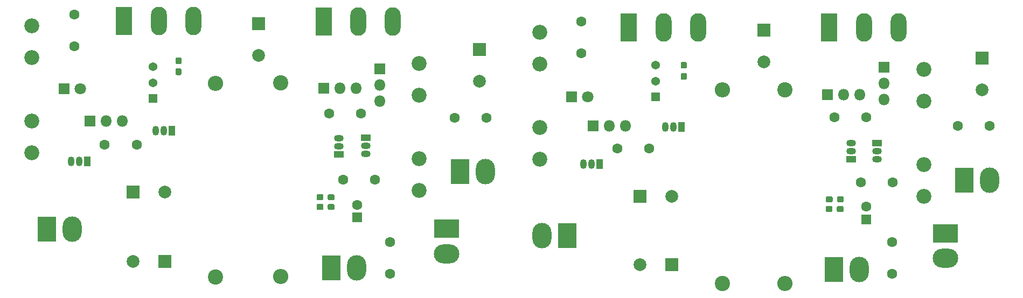
<source format=gts>
G04 #@! TF.GenerationSoftware,KiCad,Pcbnew,(5.1.4)-1*
G04 #@! TF.CreationDate,2020-01-15T13:51:39-05:00*
G04 #@! TF.ProjectId,AAMB,41414d42-2e6b-4696-9361-645f70636258,rev?*
G04 #@! TF.SameCoordinates,Original*
G04 #@! TF.FileFunction,Soldermask,Top*
G04 #@! TF.FilePolarity,Negative*
%FSLAX46Y46*%
G04 Gerber Fmt 4.6, Leading zero omitted, Abs format (unit mm)*
G04 Created by KiCad (PCBNEW (5.1.4)-1) date 2020-01-15 13:51:39*
%MOMM*%
%LPD*%
G04 APERTURE LIST*
%ADD10C,1.371600*%
%ADD11R,1.371600X1.371600*%
%ADD12C,0.100000*%
%ADD13C,0.950000*%
%ADD14O,2.400000X2.400000*%
%ADD15C,2.400000*%
%ADD16R,1.050000X1.500000*%
%ADD17O,1.050000X1.500000*%
%ADD18O,2.500000X4.500000*%
%ADD19R,2.500000X4.500000*%
%ADD20O,1.800000X1.800000*%
%ADD21R,1.800000X1.800000*%
%ADD22R,1.500000X1.050000*%
%ADD23O,1.500000X1.050000*%
%ADD24C,2.350000*%
%ADD25C,1.800000*%
%ADD26C,2.000000*%
%ADD27R,2.000000X2.000000*%
%ADD28C,1.600000*%
%ADD29R,1.600000X1.600000*%
%ADD30O,3.000000X4.000000*%
%ADD31R,3.000000X4.000000*%
%ADD32O,4.000000X3.000000*%
%ADD33R,4.000000X3.000000*%
G04 APERTURE END LIST*
D10*
X201447400Y-46968400D03*
X201447400Y-49468400D03*
D11*
X201447400Y-51968400D03*
D10*
X122453400Y-47222400D03*
X122453400Y-49722400D03*
D11*
X122453400Y-52222400D03*
D12*
G36*
X206127779Y-46437144D02*
G01*
X206150834Y-46440563D01*
X206173443Y-46446227D01*
X206195387Y-46454079D01*
X206216457Y-46464044D01*
X206236448Y-46476026D01*
X206255168Y-46489910D01*
X206272438Y-46505562D01*
X206288090Y-46522832D01*
X206301974Y-46541552D01*
X206313956Y-46561543D01*
X206323921Y-46582613D01*
X206331773Y-46604557D01*
X206337437Y-46627166D01*
X206340856Y-46650221D01*
X206342000Y-46673500D01*
X206342000Y-47248500D01*
X206340856Y-47271779D01*
X206337437Y-47294834D01*
X206331773Y-47317443D01*
X206323921Y-47339387D01*
X206313956Y-47360457D01*
X206301974Y-47380448D01*
X206288090Y-47399168D01*
X206272438Y-47416438D01*
X206255168Y-47432090D01*
X206236448Y-47445974D01*
X206216457Y-47457956D01*
X206195387Y-47467921D01*
X206173443Y-47475773D01*
X206150834Y-47481437D01*
X206127779Y-47484856D01*
X206104500Y-47486000D01*
X205629500Y-47486000D01*
X205606221Y-47484856D01*
X205583166Y-47481437D01*
X205560557Y-47475773D01*
X205538613Y-47467921D01*
X205517543Y-47457956D01*
X205497552Y-47445974D01*
X205478832Y-47432090D01*
X205461562Y-47416438D01*
X205445910Y-47399168D01*
X205432026Y-47380448D01*
X205420044Y-47360457D01*
X205410079Y-47339387D01*
X205402227Y-47317443D01*
X205396563Y-47294834D01*
X205393144Y-47271779D01*
X205392000Y-47248500D01*
X205392000Y-46673500D01*
X205393144Y-46650221D01*
X205396563Y-46627166D01*
X205402227Y-46604557D01*
X205410079Y-46582613D01*
X205420044Y-46561543D01*
X205432026Y-46541552D01*
X205445910Y-46522832D01*
X205461562Y-46505562D01*
X205478832Y-46489910D01*
X205497552Y-46476026D01*
X205517543Y-46464044D01*
X205538613Y-46454079D01*
X205560557Y-46446227D01*
X205583166Y-46440563D01*
X205606221Y-46437144D01*
X205629500Y-46436000D01*
X206104500Y-46436000D01*
X206127779Y-46437144D01*
X206127779Y-46437144D01*
G37*
D13*
X205867000Y-46961000D03*
D12*
G36*
X206127779Y-48187144D02*
G01*
X206150834Y-48190563D01*
X206173443Y-48196227D01*
X206195387Y-48204079D01*
X206216457Y-48214044D01*
X206236448Y-48226026D01*
X206255168Y-48239910D01*
X206272438Y-48255562D01*
X206288090Y-48272832D01*
X206301974Y-48291552D01*
X206313956Y-48311543D01*
X206323921Y-48332613D01*
X206331773Y-48354557D01*
X206337437Y-48377166D01*
X206340856Y-48400221D01*
X206342000Y-48423500D01*
X206342000Y-48998500D01*
X206340856Y-49021779D01*
X206337437Y-49044834D01*
X206331773Y-49067443D01*
X206323921Y-49089387D01*
X206313956Y-49110457D01*
X206301974Y-49130448D01*
X206288090Y-49149168D01*
X206272438Y-49166438D01*
X206255168Y-49182090D01*
X206236448Y-49195974D01*
X206216457Y-49207956D01*
X206195387Y-49217921D01*
X206173443Y-49225773D01*
X206150834Y-49231437D01*
X206127779Y-49234856D01*
X206104500Y-49236000D01*
X205629500Y-49236000D01*
X205606221Y-49234856D01*
X205583166Y-49231437D01*
X205560557Y-49225773D01*
X205538613Y-49217921D01*
X205517543Y-49207956D01*
X205497552Y-49195974D01*
X205478832Y-49182090D01*
X205461562Y-49166438D01*
X205445910Y-49149168D01*
X205432026Y-49130448D01*
X205420044Y-49110457D01*
X205410079Y-49089387D01*
X205402227Y-49067443D01*
X205396563Y-49044834D01*
X205393144Y-49021779D01*
X205392000Y-48998500D01*
X205392000Y-48423500D01*
X205393144Y-48400221D01*
X205396563Y-48377166D01*
X205402227Y-48354557D01*
X205410079Y-48332613D01*
X205420044Y-48311543D01*
X205432026Y-48291552D01*
X205445910Y-48272832D01*
X205461562Y-48255562D01*
X205478832Y-48239910D01*
X205497552Y-48226026D01*
X205517543Y-48214044D01*
X205538613Y-48204079D01*
X205560557Y-48196227D01*
X205583166Y-48190563D01*
X205606221Y-48187144D01*
X205629500Y-48186000D01*
X206104500Y-48186000D01*
X206127779Y-48187144D01*
X206127779Y-48187144D01*
G37*
D13*
X205867000Y-48711000D03*
D14*
X211963000Y-50800000D03*
D15*
X211963000Y-81280000D03*
D14*
X221742000Y-81280000D03*
D15*
X221742000Y-50800000D03*
D12*
G36*
X230801779Y-67598144D02*
G01*
X230824834Y-67601563D01*
X230847443Y-67607227D01*
X230869387Y-67615079D01*
X230890457Y-67625044D01*
X230910448Y-67637026D01*
X230929168Y-67650910D01*
X230946438Y-67666562D01*
X230962090Y-67683832D01*
X230975974Y-67702552D01*
X230987956Y-67722543D01*
X230997921Y-67743613D01*
X231005773Y-67765557D01*
X231011437Y-67788166D01*
X231014856Y-67811221D01*
X231016000Y-67834500D01*
X231016000Y-68309500D01*
X231014856Y-68332779D01*
X231011437Y-68355834D01*
X231005773Y-68378443D01*
X230997921Y-68400387D01*
X230987956Y-68421457D01*
X230975974Y-68441448D01*
X230962090Y-68460168D01*
X230946438Y-68477438D01*
X230929168Y-68493090D01*
X230910448Y-68506974D01*
X230890457Y-68518956D01*
X230869387Y-68528921D01*
X230847443Y-68536773D01*
X230824834Y-68542437D01*
X230801779Y-68545856D01*
X230778500Y-68547000D01*
X230203500Y-68547000D01*
X230180221Y-68545856D01*
X230157166Y-68542437D01*
X230134557Y-68536773D01*
X230112613Y-68528921D01*
X230091543Y-68518956D01*
X230071552Y-68506974D01*
X230052832Y-68493090D01*
X230035562Y-68477438D01*
X230019910Y-68460168D01*
X230006026Y-68441448D01*
X229994044Y-68421457D01*
X229984079Y-68400387D01*
X229976227Y-68378443D01*
X229970563Y-68355834D01*
X229967144Y-68332779D01*
X229966000Y-68309500D01*
X229966000Y-67834500D01*
X229967144Y-67811221D01*
X229970563Y-67788166D01*
X229976227Y-67765557D01*
X229984079Y-67743613D01*
X229994044Y-67722543D01*
X230006026Y-67702552D01*
X230019910Y-67683832D01*
X230035562Y-67666562D01*
X230052832Y-67650910D01*
X230071552Y-67637026D01*
X230091543Y-67625044D01*
X230112613Y-67615079D01*
X230134557Y-67607227D01*
X230157166Y-67601563D01*
X230180221Y-67598144D01*
X230203500Y-67597000D01*
X230778500Y-67597000D01*
X230801779Y-67598144D01*
X230801779Y-67598144D01*
G37*
D13*
X230491000Y-68072000D03*
D12*
G36*
X229051779Y-67598144D02*
G01*
X229074834Y-67601563D01*
X229097443Y-67607227D01*
X229119387Y-67615079D01*
X229140457Y-67625044D01*
X229160448Y-67637026D01*
X229179168Y-67650910D01*
X229196438Y-67666562D01*
X229212090Y-67683832D01*
X229225974Y-67702552D01*
X229237956Y-67722543D01*
X229247921Y-67743613D01*
X229255773Y-67765557D01*
X229261437Y-67788166D01*
X229264856Y-67811221D01*
X229266000Y-67834500D01*
X229266000Y-68309500D01*
X229264856Y-68332779D01*
X229261437Y-68355834D01*
X229255773Y-68378443D01*
X229247921Y-68400387D01*
X229237956Y-68421457D01*
X229225974Y-68441448D01*
X229212090Y-68460168D01*
X229196438Y-68477438D01*
X229179168Y-68493090D01*
X229160448Y-68506974D01*
X229140457Y-68518956D01*
X229119387Y-68528921D01*
X229097443Y-68536773D01*
X229074834Y-68542437D01*
X229051779Y-68545856D01*
X229028500Y-68547000D01*
X228453500Y-68547000D01*
X228430221Y-68545856D01*
X228407166Y-68542437D01*
X228384557Y-68536773D01*
X228362613Y-68528921D01*
X228341543Y-68518956D01*
X228321552Y-68506974D01*
X228302832Y-68493090D01*
X228285562Y-68477438D01*
X228269910Y-68460168D01*
X228256026Y-68441448D01*
X228244044Y-68421457D01*
X228234079Y-68400387D01*
X228226227Y-68378443D01*
X228220563Y-68355834D01*
X228217144Y-68332779D01*
X228216000Y-68309500D01*
X228216000Y-67834500D01*
X228217144Y-67811221D01*
X228220563Y-67788166D01*
X228226227Y-67765557D01*
X228234079Y-67743613D01*
X228244044Y-67722543D01*
X228256026Y-67702552D01*
X228269910Y-67683832D01*
X228285562Y-67666562D01*
X228302832Y-67650910D01*
X228321552Y-67637026D01*
X228341543Y-67625044D01*
X228362613Y-67615079D01*
X228384557Y-67607227D01*
X228407166Y-67601563D01*
X228430221Y-67598144D01*
X228453500Y-67597000D01*
X229028500Y-67597000D01*
X229051779Y-67598144D01*
X229051779Y-67598144D01*
G37*
D13*
X228741000Y-68072000D03*
D12*
G36*
X230758779Y-69122144D02*
G01*
X230781834Y-69125563D01*
X230804443Y-69131227D01*
X230826387Y-69139079D01*
X230847457Y-69149044D01*
X230867448Y-69161026D01*
X230886168Y-69174910D01*
X230903438Y-69190562D01*
X230919090Y-69207832D01*
X230932974Y-69226552D01*
X230944956Y-69246543D01*
X230954921Y-69267613D01*
X230962773Y-69289557D01*
X230968437Y-69312166D01*
X230971856Y-69335221D01*
X230973000Y-69358500D01*
X230973000Y-69833500D01*
X230971856Y-69856779D01*
X230968437Y-69879834D01*
X230962773Y-69902443D01*
X230954921Y-69924387D01*
X230944956Y-69945457D01*
X230932974Y-69965448D01*
X230919090Y-69984168D01*
X230903438Y-70001438D01*
X230886168Y-70017090D01*
X230867448Y-70030974D01*
X230847457Y-70042956D01*
X230826387Y-70052921D01*
X230804443Y-70060773D01*
X230781834Y-70066437D01*
X230758779Y-70069856D01*
X230735500Y-70071000D01*
X230160500Y-70071000D01*
X230137221Y-70069856D01*
X230114166Y-70066437D01*
X230091557Y-70060773D01*
X230069613Y-70052921D01*
X230048543Y-70042956D01*
X230028552Y-70030974D01*
X230009832Y-70017090D01*
X229992562Y-70001438D01*
X229976910Y-69984168D01*
X229963026Y-69965448D01*
X229951044Y-69945457D01*
X229941079Y-69924387D01*
X229933227Y-69902443D01*
X229927563Y-69879834D01*
X229924144Y-69856779D01*
X229923000Y-69833500D01*
X229923000Y-69358500D01*
X229924144Y-69335221D01*
X229927563Y-69312166D01*
X229933227Y-69289557D01*
X229941079Y-69267613D01*
X229951044Y-69246543D01*
X229963026Y-69226552D01*
X229976910Y-69207832D01*
X229992562Y-69190562D01*
X230009832Y-69174910D01*
X230028552Y-69161026D01*
X230048543Y-69149044D01*
X230069613Y-69139079D01*
X230091557Y-69131227D01*
X230114166Y-69125563D01*
X230137221Y-69122144D01*
X230160500Y-69121000D01*
X230735500Y-69121000D01*
X230758779Y-69122144D01*
X230758779Y-69122144D01*
G37*
D13*
X230448000Y-69596000D03*
D12*
G36*
X229008779Y-69122144D02*
G01*
X229031834Y-69125563D01*
X229054443Y-69131227D01*
X229076387Y-69139079D01*
X229097457Y-69149044D01*
X229117448Y-69161026D01*
X229136168Y-69174910D01*
X229153438Y-69190562D01*
X229169090Y-69207832D01*
X229182974Y-69226552D01*
X229194956Y-69246543D01*
X229204921Y-69267613D01*
X229212773Y-69289557D01*
X229218437Y-69312166D01*
X229221856Y-69335221D01*
X229223000Y-69358500D01*
X229223000Y-69833500D01*
X229221856Y-69856779D01*
X229218437Y-69879834D01*
X229212773Y-69902443D01*
X229204921Y-69924387D01*
X229194956Y-69945457D01*
X229182974Y-69965448D01*
X229169090Y-69984168D01*
X229153438Y-70001438D01*
X229136168Y-70017090D01*
X229117448Y-70030974D01*
X229097457Y-70042956D01*
X229076387Y-70052921D01*
X229054443Y-70060773D01*
X229031834Y-70066437D01*
X229008779Y-70069856D01*
X228985500Y-70071000D01*
X228410500Y-70071000D01*
X228387221Y-70069856D01*
X228364166Y-70066437D01*
X228341557Y-70060773D01*
X228319613Y-70052921D01*
X228298543Y-70042956D01*
X228278552Y-70030974D01*
X228259832Y-70017090D01*
X228242562Y-70001438D01*
X228226910Y-69984168D01*
X228213026Y-69965448D01*
X228201044Y-69945457D01*
X228191079Y-69924387D01*
X228183227Y-69902443D01*
X228177563Y-69879834D01*
X228174144Y-69856779D01*
X228173000Y-69833500D01*
X228173000Y-69358500D01*
X228174144Y-69335221D01*
X228177563Y-69312166D01*
X228183227Y-69289557D01*
X228191079Y-69267613D01*
X228201044Y-69246543D01*
X228213026Y-69226552D01*
X228226910Y-69207832D01*
X228242562Y-69190562D01*
X228259832Y-69174910D01*
X228278552Y-69161026D01*
X228298543Y-69149044D01*
X228319613Y-69139079D01*
X228341557Y-69131227D01*
X228364166Y-69125563D01*
X228387221Y-69122144D01*
X228410500Y-69121000D01*
X228985500Y-69121000D01*
X229008779Y-69122144D01*
X229008779Y-69122144D01*
G37*
D13*
X228698000Y-69596000D03*
D12*
G36*
X126720779Y-45711144D02*
G01*
X126743834Y-45714563D01*
X126766443Y-45720227D01*
X126788387Y-45728079D01*
X126809457Y-45738044D01*
X126829448Y-45750026D01*
X126848168Y-45763910D01*
X126865438Y-45779562D01*
X126881090Y-45796832D01*
X126894974Y-45815552D01*
X126906956Y-45835543D01*
X126916921Y-45856613D01*
X126924773Y-45878557D01*
X126930437Y-45901166D01*
X126933856Y-45924221D01*
X126935000Y-45947500D01*
X126935000Y-46522500D01*
X126933856Y-46545779D01*
X126930437Y-46568834D01*
X126924773Y-46591443D01*
X126916921Y-46613387D01*
X126906956Y-46634457D01*
X126894974Y-46654448D01*
X126881090Y-46673168D01*
X126865438Y-46690438D01*
X126848168Y-46706090D01*
X126829448Y-46719974D01*
X126809457Y-46731956D01*
X126788387Y-46741921D01*
X126766443Y-46749773D01*
X126743834Y-46755437D01*
X126720779Y-46758856D01*
X126697500Y-46760000D01*
X126222500Y-46760000D01*
X126199221Y-46758856D01*
X126176166Y-46755437D01*
X126153557Y-46749773D01*
X126131613Y-46741921D01*
X126110543Y-46731956D01*
X126090552Y-46719974D01*
X126071832Y-46706090D01*
X126054562Y-46690438D01*
X126038910Y-46673168D01*
X126025026Y-46654448D01*
X126013044Y-46634457D01*
X126003079Y-46613387D01*
X125995227Y-46591443D01*
X125989563Y-46568834D01*
X125986144Y-46545779D01*
X125985000Y-46522500D01*
X125985000Y-45947500D01*
X125986144Y-45924221D01*
X125989563Y-45901166D01*
X125995227Y-45878557D01*
X126003079Y-45856613D01*
X126013044Y-45835543D01*
X126025026Y-45815552D01*
X126038910Y-45796832D01*
X126054562Y-45779562D01*
X126071832Y-45763910D01*
X126090552Y-45750026D01*
X126110543Y-45738044D01*
X126131613Y-45728079D01*
X126153557Y-45720227D01*
X126176166Y-45714563D01*
X126199221Y-45711144D01*
X126222500Y-45710000D01*
X126697500Y-45710000D01*
X126720779Y-45711144D01*
X126720779Y-45711144D01*
G37*
D13*
X126460000Y-46235000D03*
D12*
G36*
X126720779Y-47461144D02*
G01*
X126743834Y-47464563D01*
X126766443Y-47470227D01*
X126788387Y-47478079D01*
X126809457Y-47488044D01*
X126829448Y-47500026D01*
X126848168Y-47513910D01*
X126865438Y-47529562D01*
X126881090Y-47546832D01*
X126894974Y-47565552D01*
X126906956Y-47585543D01*
X126916921Y-47606613D01*
X126924773Y-47628557D01*
X126930437Y-47651166D01*
X126933856Y-47674221D01*
X126935000Y-47697500D01*
X126935000Y-48272500D01*
X126933856Y-48295779D01*
X126930437Y-48318834D01*
X126924773Y-48341443D01*
X126916921Y-48363387D01*
X126906956Y-48384457D01*
X126894974Y-48404448D01*
X126881090Y-48423168D01*
X126865438Y-48440438D01*
X126848168Y-48456090D01*
X126829448Y-48469974D01*
X126809457Y-48481956D01*
X126788387Y-48491921D01*
X126766443Y-48499773D01*
X126743834Y-48505437D01*
X126720779Y-48508856D01*
X126697500Y-48510000D01*
X126222500Y-48510000D01*
X126199221Y-48508856D01*
X126176166Y-48505437D01*
X126153557Y-48499773D01*
X126131613Y-48491921D01*
X126110543Y-48481956D01*
X126090552Y-48469974D01*
X126071832Y-48456090D01*
X126054562Y-48440438D01*
X126038910Y-48423168D01*
X126025026Y-48404448D01*
X126013044Y-48384457D01*
X126003079Y-48363387D01*
X125995227Y-48341443D01*
X125989563Y-48318834D01*
X125986144Y-48295779D01*
X125985000Y-48272500D01*
X125985000Y-47697500D01*
X125986144Y-47674221D01*
X125989563Y-47651166D01*
X125995227Y-47628557D01*
X126003079Y-47606613D01*
X126013044Y-47585543D01*
X126025026Y-47565552D01*
X126038910Y-47546832D01*
X126054562Y-47529562D01*
X126071832Y-47513910D01*
X126090552Y-47500026D01*
X126110543Y-47488044D01*
X126131613Y-47478079D01*
X126153557Y-47470227D01*
X126176166Y-47464563D01*
X126199221Y-47461144D01*
X126222500Y-47460000D01*
X126697500Y-47460000D01*
X126720779Y-47461144D01*
X126720779Y-47461144D01*
G37*
D13*
X126460000Y-47985000D03*
D14*
X132310000Y-49810000D03*
D15*
X132310000Y-80290000D03*
D14*
X142510000Y-80220000D03*
D15*
X142510000Y-49740000D03*
D12*
G36*
X150745779Y-67256144D02*
G01*
X150768834Y-67259563D01*
X150791443Y-67265227D01*
X150813387Y-67273079D01*
X150834457Y-67283044D01*
X150854448Y-67295026D01*
X150873168Y-67308910D01*
X150890438Y-67324562D01*
X150906090Y-67341832D01*
X150919974Y-67360552D01*
X150931956Y-67380543D01*
X150941921Y-67401613D01*
X150949773Y-67423557D01*
X150955437Y-67446166D01*
X150958856Y-67469221D01*
X150960000Y-67492500D01*
X150960000Y-67967500D01*
X150958856Y-67990779D01*
X150955437Y-68013834D01*
X150949773Y-68036443D01*
X150941921Y-68058387D01*
X150931956Y-68079457D01*
X150919974Y-68099448D01*
X150906090Y-68118168D01*
X150890438Y-68135438D01*
X150873168Y-68151090D01*
X150854448Y-68164974D01*
X150834457Y-68176956D01*
X150813387Y-68186921D01*
X150791443Y-68194773D01*
X150768834Y-68200437D01*
X150745779Y-68203856D01*
X150722500Y-68205000D01*
X150147500Y-68205000D01*
X150124221Y-68203856D01*
X150101166Y-68200437D01*
X150078557Y-68194773D01*
X150056613Y-68186921D01*
X150035543Y-68176956D01*
X150015552Y-68164974D01*
X149996832Y-68151090D01*
X149979562Y-68135438D01*
X149963910Y-68118168D01*
X149950026Y-68099448D01*
X149938044Y-68079457D01*
X149928079Y-68058387D01*
X149920227Y-68036443D01*
X149914563Y-68013834D01*
X149911144Y-67990779D01*
X149910000Y-67967500D01*
X149910000Y-67492500D01*
X149911144Y-67469221D01*
X149914563Y-67446166D01*
X149920227Y-67423557D01*
X149928079Y-67401613D01*
X149938044Y-67380543D01*
X149950026Y-67360552D01*
X149963910Y-67341832D01*
X149979562Y-67324562D01*
X149996832Y-67308910D01*
X150015552Y-67295026D01*
X150035543Y-67283044D01*
X150056613Y-67273079D01*
X150078557Y-67265227D01*
X150101166Y-67259563D01*
X150124221Y-67256144D01*
X150147500Y-67255000D01*
X150722500Y-67255000D01*
X150745779Y-67256144D01*
X150745779Y-67256144D01*
G37*
D13*
X150435000Y-67730000D03*
D12*
G36*
X148995779Y-67256144D02*
G01*
X149018834Y-67259563D01*
X149041443Y-67265227D01*
X149063387Y-67273079D01*
X149084457Y-67283044D01*
X149104448Y-67295026D01*
X149123168Y-67308910D01*
X149140438Y-67324562D01*
X149156090Y-67341832D01*
X149169974Y-67360552D01*
X149181956Y-67380543D01*
X149191921Y-67401613D01*
X149199773Y-67423557D01*
X149205437Y-67446166D01*
X149208856Y-67469221D01*
X149210000Y-67492500D01*
X149210000Y-67967500D01*
X149208856Y-67990779D01*
X149205437Y-68013834D01*
X149199773Y-68036443D01*
X149191921Y-68058387D01*
X149181956Y-68079457D01*
X149169974Y-68099448D01*
X149156090Y-68118168D01*
X149140438Y-68135438D01*
X149123168Y-68151090D01*
X149104448Y-68164974D01*
X149084457Y-68176956D01*
X149063387Y-68186921D01*
X149041443Y-68194773D01*
X149018834Y-68200437D01*
X148995779Y-68203856D01*
X148972500Y-68205000D01*
X148397500Y-68205000D01*
X148374221Y-68203856D01*
X148351166Y-68200437D01*
X148328557Y-68194773D01*
X148306613Y-68186921D01*
X148285543Y-68176956D01*
X148265552Y-68164974D01*
X148246832Y-68151090D01*
X148229562Y-68135438D01*
X148213910Y-68118168D01*
X148200026Y-68099448D01*
X148188044Y-68079457D01*
X148178079Y-68058387D01*
X148170227Y-68036443D01*
X148164563Y-68013834D01*
X148161144Y-67990779D01*
X148160000Y-67967500D01*
X148160000Y-67492500D01*
X148161144Y-67469221D01*
X148164563Y-67446166D01*
X148170227Y-67423557D01*
X148178079Y-67401613D01*
X148188044Y-67380543D01*
X148200026Y-67360552D01*
X148213910Y-67341832D01*
X148229562Y-67324562D01*
X148246832Y-67308910D01*
X148265552Y-67295026D01*
X148285543Y-67283044D01*
X148306613Y-67273079D01*
X148328557Y-67265227D01*
X148351166Y-67259563D01*
X148374221Y-67256144D01*
X148397500Y-67255000D01*
X148972500Y-67255000D01*
X148995779Y-67256144D01*
X148995779Y-67256144D01*
G37*
D13*
X148685000Y-67730000D03*
D12*
G36*
X150755779Y-68796144D02*
G01*
X150778834Y-68799563D01*
X150801443Y-68805227D01*
X150823387Y-68813079D01*
X150844457Y-68823044D01*
X150864448Y-68835026D01*
X150883168Y-68848910D01*
X150900438Y-68864562D01*
X150916090Y-68881832D01*
X150929974Y-68900552D01*
X150941956Y-68920543D01*
X150951921Y-68941613D01*
X150959773Y-68963557D01*
X150965437Y-68986166D01*
X150968856Y-69009221D01*
X150970000Y-69032500D01*
X150970000Y-69507500D01*
X150968856Y-69530779D01*
X150965437Y-69553834D01*
X150959773Y-69576443D01*
X150951921Y-69598387D01*
X150941956Y-69619457D01*
X150929974Y-69639448D01*
X150916090Y-69658168D01*
X150900438Y-69675438D01*
X150883168Y-69691090D01*
X150864448Y-69704974D01*
X150844457Y-69716956D01*
X150823387Y-69726921D01*
X150801443Y-69734773D01*
X150778834Y-69740437D01*
X150755779Y-69743856D01*
X150732500Y-69745000D01*
X150157500Y-69745000D01*
X150134221Y-69743856D01*
X150111166Y-69740437D01*
X150088557Y-69734773D01*
X150066613Y-69726921D01*
X150045543Y-69716956D01*
X150025552Y-69704974D01*
X150006832Y-69691090D01*
X149989562Y-69675438D01*
X149973910Y-69658168D01*
X149960026Y-69639448D01*
X149948044Y-69619457D01*
X149938079Y-69598387D01*
X149930227Y-69576443D01*
X149924563Y-69553834D01*
X149921144Y-69530779D01*
X149920000Y-69507500D01*
X149920000Y-69032500D01*
X149921144Y-69009221D01*
X149924563Y-68986166D01*
X149930227Y-68963557D01*
X149938079Y-68941613D01*
X149948044Y-68920543D01*
X149960026Y-68900552D01*
X149973910Y-68881832D01*
X149989562Y-68864562D01*
X150006832Y-68848910D01*
X150025552Y-68835026D01*
X150045543Y-68823044D01*
X150066613Y-68813079D01*
X150088557Y-68805227D01*
X150111166Y-68799563D01*
X150134221Y-68796144D01*
X150157500Y-68795000D01*
X150732500Y-68795000D01*
X150755779Y-68796144D01*
X150755779Y-68796144D01*
G37*
D13*
X150445000Y-69270000D03*
D12*
G36*
X149005779Y-68796144D02*
G01*
X149028834Y-68799563D01*
X149051443Y-68805227D01*
X149073387Y-68813079D01*
X149094457Y-68823044D01*
X149114448Y-68835026D01*
X149133168Y-68848910D01*
X149150438Y-68864562D01*
X149166090Y-68881832D01*
X149179974Y-68900552D01*
X149191956Y-68920543D01*
X149201921Y-68941613D01*
X149209773Y-68963557D01*
X149215437Y-68986166D01*
X149218856Y-69009221D01*
X149220000Y-69032500D01*
X149220000Y-69507500D01*
X149218856Y-69530779D01*
X149215437Y-69553834D01*
X149209773Y-69576443D01*
X149201921Y-69598387D01*
X149191956Y-69619457D01*
X149179974Y-69639448D01*
X149166090Y-69658168D01*
X149150438Y-69675438D01*
X149133168Y-69691090D01*
X149114448Y-69704974D01*
X149094457Y-69716956D01*
X149073387Y-69726921D01*
X149051443Y-69734773D01*
X149028834Y-69740437D01*
X149005779Y-69743856D01*
X148982500Y-69745000D01*
X148407500Y-69745000D01*
X148384221Y-69743856D01*
X148361166Y-69740437D01*
X148338557Y-69734773D01*
X148316613Y-69726921D01*
X148295543Y-69716956D01*
X148275552Y-69704974D01*
X148256832Y-69691090D01*
X148239562Y-69675438D01*
X148223910Y-69658168D01*
X148210026Y-69639448D01*
X148198044Y-69619457D01*
X148188079Y-69598387D01*
X148180227Y-69576443D01*
X148174563Y-69553834D01*
X148171144Y-69530779D01*
X148170000Y-69507500D01*
X148170000Y-69032500D01*
X148171144Y-69009221D01*
X148174563Y-68986166D01*
X148180227Y-68963557D01*
X148188079Y-68941613D01*
X148198044Y-68920543D01*
X148210026Y-68900552D01*
X148223910Y-68881832D01*
X148239562Y-68864562D01*
X148256832Y-68848910D01*
X148275552Y-68835026D01*
X148295543Y-68823044D01*
X148316613Y-68813079D01*
X148338557Y-68805227D01*
X148361166Y-68799563D01*
X148384221Y-68796144D01*
X148407500Y-68795000D01*
X148982500Y-68795000D01*
X149005779Y-68796144D01*
X149005779Y-68796144D01*
G37*
D13*
X148695000Y-69270000D03*
D16*
X205486000Y-56642000D03*
D17*
X202946000Y-56642000D03*
X204216000Y-56642000D03*
D18*
X208131000Y-41021000D03*
X202681000Y-41021000D03*
D19*
X197231000Y-41021000D03*
D18*
X239627000Y-41021000D03*
X234177000Y-41021000D03*
D19*
X228727000Y-41021000D03*
D20*
X196723000Y-56515000D03*
X194183000Y-56515000D03*
D21*
X191643000Y-56515000D03*
D20*
X233553000Y-51562000D03*
X231013000Y-51562000D03*
D21*
X228473000Y-51562000D03*
D20*
X237363000Y-52324000D03*
X237363000Y-49784000D03*
D21*
X237363000Y-47244000D03*
D16*
X192659000Y-62484000D03*
D17*
X190119000Y-62484000D03*
X191389000Y-62484000D03*
D22*
X232156000Y-61722000D03*
D23*
X232156000Y-59182000D03*
X232156000Y-60452000D03*
D22*
X236220000Y-59182000D03*
D23*
X236220000Y-61722000D03*
X236220000Y-60452000D03*
D16*
X125390000Y-57250000D03*
D17*
X122850000Y-57250000D03*
X124120000Y-57250000D03*
D18*
X128790000Y-40030000D03*
X123340000Y-40030000D03*
D19*
X117890000Y-40030000D03*
D18*
X160160000Y-40040000D03*
X154710000Y-40040000D03*
D19*
X149260000Y-40040000D03*
D20*
X117650000Y-55740000D03*
X115110000Y-55740000D03*
D21*
X112570000Y-55740000D03*
D20*
X154370000Y-50560000D03*
X151830000Y-50560000D03*
D21*
X149290000Y-50560000D03*
D20*
X158060000Y-52620000D03*
X158060000Y-50080000D03*
D21*
X158060000Y-47540000D03*
D16*
X112130000Y-62100000D03*
D17*
X109590000Y-62100000D03*
X110860000Y-62100000D03*
D22*
X151700000Y-60950000D03*
D23*
X151700000Y-58410000D03*
X151700000Y-59680000D03*
D22*
X155930000Y-58390000D03*
D23*
X155930000Y-60930000D03*
X155930000Y-59660000D03*
D24*
X183261000Y-61783000D03*
X183261000Y-56783000D03*
X183261000Y-41783000D03*
X183261000Y-46783000D03*
X243586000Y-67625000D03*
X243586000Y-62625000D03*
X243586000Y-47625000D03*
X243586000Y-52625000D03*
X103410000Y-60720000D03*
X103410000Y-55720000D03*
X103410000Y-40720000D03*
X103410000Y-45720000D03*
X164270000Y-66680000D03*
X164270000Y-61680000D03*
X164270000Y-46680000D03*
X164270000Y-51680000D03*
D25*
X190754000Y-51943000D03*
D21*
X188214000Y-51943000D03*
D25*
X111010000Y-50700000D03*
D21*
X108470000Y-50700000D03*
D26*
X218440000Y-46402000D03*
D27*
X218440000Y-41402000D03*
D26*
X252730000Y-50847000D03*
D27*
X252730000Y-45847000D03*
D28*
X189738000Y-40085000D03*
X189738000Y-45085000D03*
X253920000Y-56515000D03*
X248920000Y-56515000D03*
X238633000Y-79803000D03*
X238633000Y-74803000D03*
X195406000Y-60071000D03*
X200406000Y-60071000D03*
D26*
X198962000Y-78359000D03*
D27*
X203962000Y-78359000D03*
D28*
X229569000Y-55118000D03*
X234569000Y-55118000D03*
D26*
X204009000Y-67564000D03*
D27*
X199009000Y-67564000D03*
D28*
X238680000Y-65405000D03*
X233680000Y-65405000D03*
X234569000Y-69247000D03*
D29*
X234569000Y-71247000D03*
D26*
X139030000Y-45380000D03*
D27*
X139030000Y-40380000D03*
D26*
X173770000Y-49510000D03*
D27*
X173770000Y-44510000D03*
D28*
X110080000Y-38980000D03*
X110080000Y-43980000D03*
X174890000Y-55210000D03*
X169890000Y-55210000D03*
X159680000Y-79770000D03*
X159680000Y-74770000D03*
X114870000Y-59450000D03*
X119870000Y-59450000D03*
D26*
X119320000Y-77810000D03*
D27*
X124320000Y-77810000D03*
D28*
X150110000Y-54560000D03*
X155110000Y-54560000D03*
D26*
X124330000Y-66910000D03*
D27*
X119330000Y-66910000D03*
D28*
X157360000Y-64970000D03*
X152360000Y-64970000D03*
X154530000Y-68910000D03*
D29*
X154530000Y-70910000D03*
D30*
X154442400Y-78840000D03*
D31*
X150480000Y-78840000D03*
D32*
X168630000Y-76662400D03*
D33*
X168630000Y-72700000D03*
D30*
X109753400Y-72771000D03*
D31*
X105791000Y-72771000D03*
X170740000Y-63730000D03*
D30*
X174702400Y-63730000D03*
D31*
X187579000Y-73787000D03*
D30*
X183616600Y-73787000D03*
X253898400Y-65024000D03*
D31*
X249936000Y-65024000D03*
D32*
X247015000Y-77368400D03*
D33*
X247015000Y-73406000D03*
D31*
X229489000Y-79121000D03*
D30*
X233451400Y-79121000D03*
M02*

</source>
